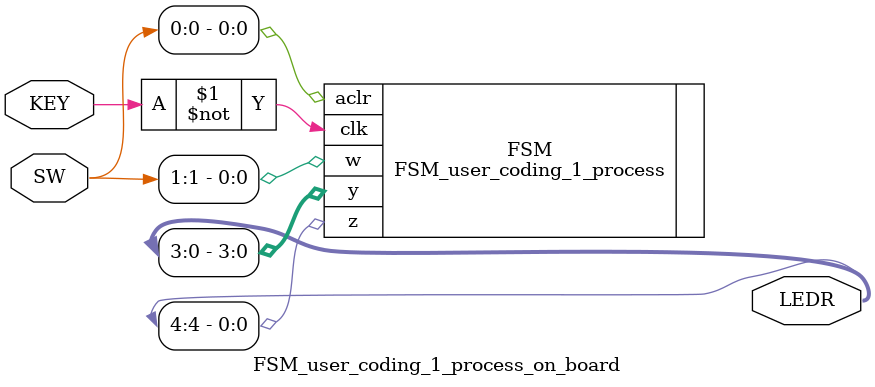
<source format=v>
module FSM_user_coding_1_process_on_board(input [1:0] SW, 
									 input [0:0] KEY, 
									 output [4:0] LEDR);
						 
	FSM_user_coding_1_process FSM(.clk(~KEY[0]), .aclr(SW[0]), .w(SW[1]),
								.z(LEDR[4]), .y(LEDR[3:0]));

endmodule

</source>
